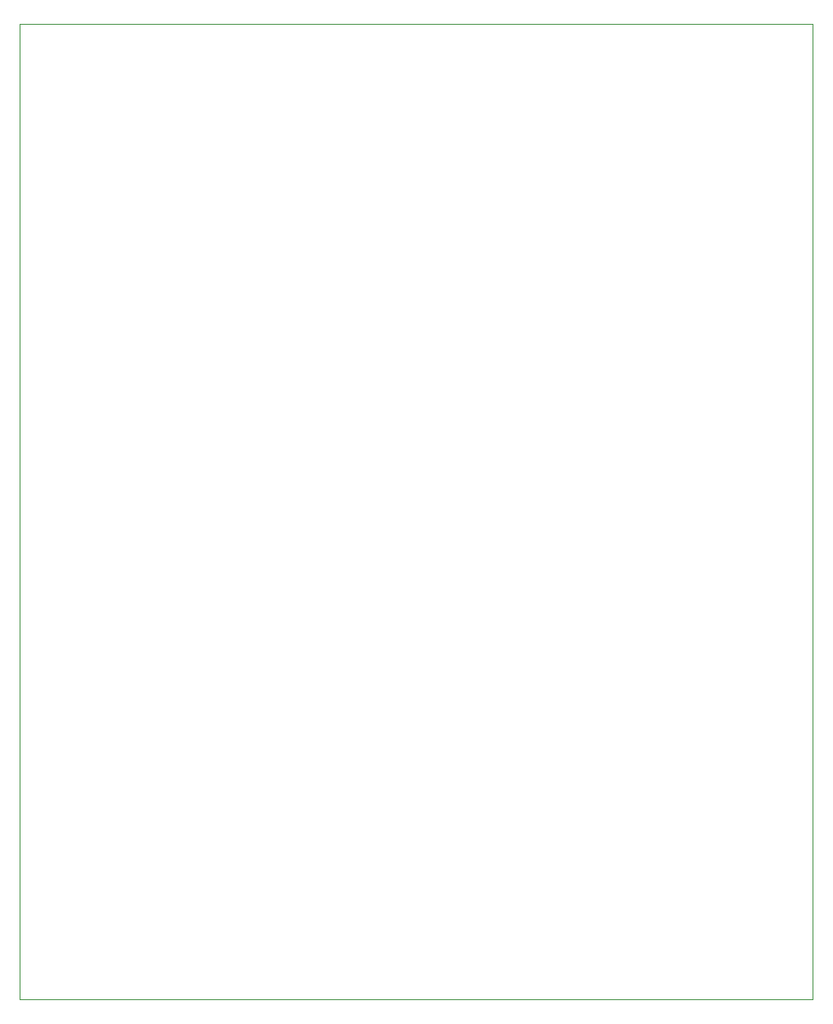
<source format=gbr>
%TF.GenerationSoftware,Altium Limited,Altium Designer,20.1.8 (145)*%
G04 Layer_Color=0*
%FSLAX43Y43*%
%MOMM*%
%TF.SameCoordinates,AF84363C-28A1-45D9-8252-6D2C0F04BFE8*%
%TF.FilePolarity,Positive*%
%TF.FileFunction,Profile,NP*%
%TF.Part,Single*%
G01*
G75*
%TA.AperFunction,Profile*%
%ADD23C,0.025*%
D23*
X127Y127D02*
X78867Y127D01*
X78867Y96917D01*
X127Y96917D01*
X127Y127D01*
%TF.MD5,8a7b9bd26a2a6296372c30f7dad66480*%
M02*

</source>
